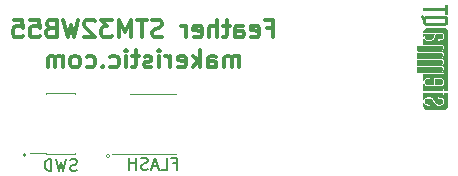
<source format=gbr>
G04 #@! TF.GenerationSoftware,KiCad,Pcbnew,(5.1.7-0-10_14)*
G04 #@! TF.CreationDate,2020-10-24T15:10:09+08:00*
G04 #@! TF.ProjectId,Feather_STM32WB55,46656174-6865-4725-9f53-544d33325742,rev?*
G04 #@! TF.SameCoordinates,Original*
G04 #@! TF.FileFunction,Legend,Bot*
G04 #@! TF.FilePolarity,Positive*
%FSLAX46Y46*%
G04 Gerber Fmt 4.6, Leading zero omitted, Abs format (unit mm)*
G04 Created by KiCad (PCBNEW (5.1.7-0-10_14)) date 2020-10-24 15:10:09*
%MOMM*%
%LPD*%
G01*
G04 APERTURE LIST*
%ADD10C,0.120000*%
%ADD11C,0.300000*%
%ADD12C,0.010000*%
%ADD13C,0.150000*%
G04 APERTURE END LIST*
D10*
X141691421Y-96958579D02*
G75*
G03*
X141691421Y-96958579I-141421J0D01*
G01*
X148741421Y-97050000D02*
G75*
G03*
X148741421Y-97050000I-141421J0D01*
G01*
D11*
X162100000Y-86217857D02*
X162600000Y-86217857D01*
X162600000Y-87003571D02*
X162600000Y-85503571D01*
X161885714Y-85503571D01*
X160742857Y-86932142D02*
X160885714Y-87003571D01*
X161171428Y-87003571D01*
X161314285Y-86932142D01*
X161385714Y-86789285D01*
X161385714Y-86217857D01*
X161314285Y-86075000D01*
X161171428Y-86003571D01*
X160885714Y-86003571D01*
X160742857Y-86075000D01*
X160671428Y-86217857D01*
X160671428Y-86360714D01*
X161385714Y-86503571D01*
X159385714Y-87003571D02*
X159385714Y-86217857D01*
X159457142Y-86075000D01*
X159600000Y-86003571D01*
X159885714Y-86003571D01*
X160028571Y-86075000D01*
X159385714Y-86932142D02*
X159528571Y-87003571D01*
X159885714Y-87003571D01*
X160028571Y-86932142D01*
X160100000Y-86789285D01*
X160100000Y-86646428D01*
X160028571Y-86503571D01*
X159885714Y-86432142D01*
X159528571Y-86432142D01*
X159385714Y-86360714D01*
X158885714Y-86003571D02*
X158314285Y-86003571D01*
X158671428Y-85503571D02*
X158671428Y-86789285D01*
X158600000Y-86932142D01*
X158457142Y-87003571D01*
X158314285Y-87003571D01*
X157814285Y-87003571D02*
X157814285Y-85503571D01*
X157171428Y-87003571D02*
X157171428Y-86217857D01*
X157242857Y-86075000D01*
X157385714Y-86003571D01*
X157600000Y-86003571D01*
X157742857Y-86075000D01*
X157814285Y-86146428D01*
X155885714Y-86932142D02*
X156028571Y-87003571D01*
X156314285Y-87003571D01*
X156457142Y-86932142D01*
X156528571Y-86789285D01*
X156528571Y-86217857D01*
X156457142Y-86075000D01*
X156314285Y-86003571D01*
X156028571Y-86003571D01*
X155885714Y-86075000D01*
X155814285Y-86217857D01*
X155814285Y-86360714D01*
X156528571Y-86503571D01*
X155171428Y-87003571D02*
X155171428Y-86003571D01*
X155171428Y-86289285D02*
X155100000Y-86146428D01*
X155028571Y-86075000D01*
X154885714Y-86003571D01*
X154742857Y-86003571D01*
X153171428Y-86932142D02*
X152957142Y-87003571D01*
X152600000Y-87003571D01*
X152457142Y-86932142D01*
X152385714Y-86860714D01*
X152314285Y-86717857D01*
X152314285Y-86575000D01*
X152385714Y-86432142D01*
X152457142Y-86360714D01*
X152600000Y-86289285D01*
X152885714Y-86217857D01*
X153028571Y-86146428D01*
X153100000Y-86075000D01*
X153171428Y-85932142D01*
X153171428Y-85789285D01*
X153100000Y-85646428D01*
X153028571Y-85575000D01*
X152885714Y-85503571D01*
X152528571Y-85503571D01*
X152314285Y-85575000D01*
X151885714Y-85503571D02*
X151028571Y-85503571D01*
X151457142Y-87003571D02*
X151457142Y-85503571D01*
X150528571Y-87003571D02*
X150528571Y-85503571D01*
X150028571Y-86575000D01*
X149528571Y-85503571D01*
X149528571Y-87003571D01*
X148957142Y-85503571D02*
X148028571Y-85503571D01*
X148528571Y-86075000D01*
X148314285Y-86075000D01*
X148171428Y-86146428D01*
X148100000Y-86217857D01*
X148028571Y-86360714D01*
X148028571Y-86717857D01*
X148100000Y-86860714D01*
X148171428Y-86932142D01*
X148314285Y-87003571D01*
X148742857Y-87003571D01*
X148885714Y-86932142D01*
X148957142Y-86860714D01*
X147457142Y-85646428D02*
X147385714Y-85575000D01*
X147242857Y-85503571D01*
X146885714Y-85503571D01*
X146742857Y-85575000D01*
X146671428Y-85646428D01*
X146600000Y-85789285D01*
X146600000Y-85932142D01*
X146671428Y-86146428D01*
X147528571Y-87003571D01*
X146600000Y-87003571D01*
X146100000Y-85503571D02*
X145742857Y-87003571D01*
X145457142Y-85932142D01*
X145171428Y-87003571D01*
X144814285Y-85503571D01*
X143742857Y-86217857D02*
X143528571Y-86289285D01*
X143457142Y-86360714D01*
X143385714Y-86503571D01*
X143385714Y-86717857D01*
X143457142Y-86860714D01*
X143528571Y-86932142D01*
X143671428Y-87003571D01*
X144242857Y-87003571D01*
X144242857Y-85503571D01*
X143742857Y-85503571D01*
X143600000Y-85575000D01*
X143528571Y-85646428D01*
X143457142Y-85789285D01*
X143457142Y-85932142D01*
X143528571Y-86075000D01*
X143600000Y-86146428D01*
X143742857Y-86217857D01*
X144242857Y-86217857D01*
X142028571Y-85503571D02*
X142742857Y-85503571D01*
X142814285Y-86217857D01*
X142742857Y-86146428D01*
X142600000Y-86075000D01*
X142242857Y-86075000D01*
X142100000Y-86146428D01*
X142028571Y-86217857D01*
X141957142Y-86360714D01*
X141957142Y-86717857D01*
X142028571Y-86860714D01*
X142100000Y-86932142D01*
X142242857Y-87003571D01*
X142600000Y-87003571D01*
X142742857Y-86932142D01*
X142814285Y-86860714D01*
X140600000Y-85503571D02*
X141314285Y-85503571D01*
X141385714Y-86217857D01*
X141314285Y-86146428D01*
X141171428Y-86075000D01*
X140814285Y-86075000D01*
X140671428Y-86146428D01*
X140600000Y-86217857D01*
X140528571Y-86360714D01*
X140528571Y-86717857D01*
X140600000Y-86860714D01*
X140671428Y-86932142D01*
X140814285Y-87003571D01*
X141171428Y-87003571D01*
X141314285Y-86932142D01*
X141385714Y-86860714D01*
X159707142Y-89553571D02*
X159707142Y-88553571D01*
X159707142Y-88696428D02*
X159635714Y-88625000D01*
X159492857Y-88553571D01*
X159278571Y-88553571D01*
X159135714Y-88625000D01*
X159064285Y-88767857D01*
X159064285Y-89553571D01*
X159064285Y-88767857D02*
X158992857Y-88625000D01*
X158850000Y-88553571D01*
X158635714Y-88553571D01*
X158492857Y-88625000D01*
X158421428Y-88767857D01*
X158421428Y-89553571D01*
X157064285Y-89553571D02*
X157064285Y-88767857D01*
X157135714Y-88625000D01*
X157278571Y-88553571D01*
X157564285Y-88553571D01*
X157707142Y-88625000D01*
X157064285Y-89482142D02*
X157207142Y-89553571D01*
X157564285Y-89553571D01*
X157707142Y-89482142D01*
X157778571Y-89339285D01*
X157778571Y-89196428D01*
X157707142Y-89053571D01*
X157564285Y-88982142D01*
X157207142Y-88982142D01*
X157064285Y-88910714D01*
X156350000Y-89553571D02*
X156350000Y-88053571D01*
X156207142Y-88982142D02*
X155778571Y-89553571D01*
X155778571Y-88553571D02*
X156350000Y-89125000D01*
X154564285Y-89482142D02*
X154707142Y-89553571D01*
X154992857Y-89553571D01*
X155135714Y-89482142D01*
X155207142Y-89339285D01*
X155207142Y-88767857D01*
X155135714Y-88625000D01*
X154992857Y-88553571D01*
X154707142Y-88553571D01*
X154564285Y-88625000D01*
X154492857Y-88767857D01*
X154492857Y-88910714D01*
X155207142Y-89053571D01*
X153850000Y-89553571D02*
X153850000Y-88553571D01*
X153850000Y-88839285D02*
X153778571Y-88696428D01*
X153707142Y-88625000D01*
X153564285Y-88553571D01*
X153421428Y-88553571D01*
X152921428Y-89553571D02*
X152921428Y-88553571D01*
X152921428Y-88053571D02*
X152992857Y-88125000D01*
X152921428Y-88196428D01*
X152850000Y-88125000D01*
X152921428Y-88053571D01*
X152921428Y-88196428D01*
X152278571Y-89482142D02*
X152135714Y-89553571D01*
X151850000Y-89553571D01*
X151707142Y-89482142D01*
X151635714Y-89339285D01*
X151635714Y-89267857D01*
X151707142Y-89125000D01*
X151850000Y-89053571D01*
X152064285Y-89053571D01*
X152207142Y-88982142D01*
X152278571Y-88839285D01*
X152278571Y-88767857D01*
X152207142Y-88625000D01*
X152064285Y-88553571D01*
X151850000Y-88553571D01*
X151707142Y-88625000D01*
X151207142Y-88553571D02*
X150635714Y-88553571D01*
X150992857Y-88053571D02*
X150992857Y-89339285D01*
X150921428Y-89482142D01*
X150778571Y-89553571D01*
X150635714Y-89553571D01*
X150135714Y-89553571D02*
X150135714Y-88553571D01*
X150135714Y-88053571D02*
X150207142Y-88125000D01*
X150135714Y-88196428D01*
X150064285Y-88125000D01*
X150135714Y-88053571D01*
X150135714Y-88196428D01*
X148778571Y-89482142D02*
X148921428Y-89553571D01*
X149207142Y-89553571D01*
X149350000Y-89482142D01*
X149421428Y-89410714D01*
X149492857Y-89267857D01*
X149492857Y-88839285D01*
X149421428Y-88696428D01*
X149350000Y-88625000D01*
X149207142Y-88553571D01*
X148921428Y-88553571D01*
X148778571Y-88625000D01*
X148135714Y-89410714D02*
X148064285Y-89482142D01*
X148135714Y-89553571D01*
X148207142Y-89482142D01*
X148135714Y-89410714D01*
X148135714Y-89553571D01*
X146778571Y-89482142D02*
X146921428Y-89553571D01*
X147207142Y-89553571D01*
X147350000Y-89482142D01*
X147421428Y-89410714D01*
X147492857Y-89267857D01*
X147492857Y-88839285D01*
X147421428Y-88696428D01*
X147350000Y-88625000D01*
X147207142Y-88553571D01*
X146921428Y-88553571D01*
X146778571Y-88625000D01*
X145921428Y-89553571D02*
X146064285Y-89482142D01*
X146135714Y-89410714D01*
X146207142Y-89267857D01*
X146207142Y-88839285D01*
X146135714Y-88696428D01*
X146064285Y-88625000D01*
X145921428Y-88553571D01*
X145707142Y-88553571D01*
X145564285Y-88625000D01*
X145492857Y-88696428D01*
X145421428Y-88839285D01*
X145421428Y-89267857D01*
X145492857Y-89410714D01*
X145564285Y-89482142D01*
X145707142Y-89553571D01*
X145921428Y-89553571D01*
X144778571Y-89553571D02*
X144778571Y-88553571D01*
X144778571Y-88696428D02*
X144707142Y-88625000D01*
X144564285Y-88553571D01*
X144350000Y-88553571D01*
X144207142Y-88625000D01*
X144135714Y-88767857D01*
X144135714Y-89553571D01*
X144135714Y-88767857D02*
X144064285Y-88625000D01*
X143921428Y-88553571D01*
X143707142Y-88553571D01*
X143564285Y-88625000D01*
X143492857Y-88767857D01*
X143492857Y-89553571D01*
D12*
G36*
X176869827Y-90718191D02*
G01*
X176865128Y-90681558D01*
X176856334Y-90651951D01*
X176842710Y-90626670D01*
X176828634Y-90608646D01*
X176813963Y-90593065D01*
X176798981Y-90580127D01*
X176782387Y-90569588D01*
X176762876Y-90561206D01*
X176739148Y-90554737D01*
X176709900Y-90549939D01*
X176673830Y-90546567D01*
X176629635Y-90544380D01*
X176576013Y-90543134D01*
X176511663Y-90542586D01*
X176474277Y-90542497D01*
X176418110Y-90542546D01*
X176373354Y-90542863D01*
X176338720Y-90543502D01*
X176312920Y-90544520D01*
X176294667Y-90545973D01*
X176282671Y-90547917D01*
X176275646Y-90550407D01*
X176274442Y-90551175D01*
X176271101Y-90554249D01*
X176268406Y-90558959D01*
X176266265Y-90566643D01*
X176264588Y-90578636D01*
X176263284Y-90596274D01*
X176262263Y-90620895D01*
X176261434Y-90653834D01*
X176260705Y-90696427D01*
X176259986Y-90750012D01*
X176259775Y-90767075D01*
X176257244Y-90974100D01*
X176488763Y-90974100D01*
X176554446Y-90974014D01*
X176608780Y-90973662D01*
X176653116Y-90972906D01*
X176688803Y-90971608D01*
X176717192Y-90969629D01*
X176739633Y-90966831D01*
X176757477Y-90963074D01*
X176772074Y-90958222D01*
X176784775Y-90952135D01*
X176796928Y-90944674D01*
X176800727Y-90942109D01*
X176828867Y-90917599D01*
X176849362Y-90887144D01*
X176862807Y-90849243D01*
X176869797Y-90802396D01*
X176871168Y-90764550D01*
X176869827Y-90718191D01*
G37*
X176869827Y-90718191D02*
X176865128Y-90681558D01*
X176856334Y-90651951D01*
X176842710Y-90626670D01*
X176828634Y-90608646D01*
X176813963Y-90593065D01*
X176798981Y-90580127D01*
X176782387Y-90569588D01*
X176762876Y-90561206D01*
X176739148Y-90554737D01*
X176709900Y-90549939D01*
X176673830Y-90546567D01*
X176629635Y-90544380D01*
X176576013Y-90543134D01*
X176511663Y-90542586D01*
X176474277Y-90542497D01*
X176418110Y-90542546D01*
X176373354Y-90542863D01*
X176338720Y-90543502D01*
X176312920Y-90544520D01*
X176294667Y-90545973D01*
X176282671Y-90547917D01*
X176275646Y-90550407D01*
X176274442Y-90551175D01*
X176271101Y-90554249D01*
X176268406Y-90558959D01*
X176266265Y-90566643D01*
X176264588Y-90578636D01*
X176263284Y-90596274D01*
X176262263Y-90620895D01*
X176261434Y-90653834D01*
X176260705Y-90696427D01*
X176259986Y-90750012D01*
X176259775Y-90767075D01*
X176257244Y-90974100D01*
X176488763Y-90974100D01*
X176554446Y-90974014D01*
X176608780Y-90973662D01*
X176653116Y-90972906D01*
X176688803Y-90971608D01*
X176717192Y-90969629D01*
X176739633Y-90966831D01*
X176757477Y-90963074D01*
X176772074Y-90958222D01*
X176784775Y-90952135D01*
X176796928Y-90944674D01*
X176800727Y-90942109D01*
X176828867Y-90917599D01*
X176849362Y-90887144D01*
X176862807Y-90849243D01*
X176869797Y-90802396D01*
X176871168Y-90764550D01*
X176869827Y-90718191D01*
G36*
X176186105Y-86695639D02*
G01*
X176179055Y-86694756D01*
X176160529Y-86693928D01*
X176131753Y-86693173D01*
X176093950Y-86692508D01*
X176048345Y-86691949D01*
X175996163Y-86691515D01*
X175938629Y-86691223D01*
X175876966Y-86691089D01*
X175863831Y-86691083D01*
X175546054Y-86691025D01*
X175520618Y-86735475D01*
X175496748Y-86778795D01*
X175479341Y-86814884D01*
X175467394Y-86846787D01*
X175459900Y-86877544D01*
X175455856Y-86910199D01*
X175454549Y-86935500D01*
X175454344Y-86974712D01*
X175456390Y-87003934D01*
X175460327Y-87021225D01*
X175472330Y-87046870D01*
X175485189Y-87064586D01*
X175502604Y-87078822D01*
X175514330Y-87086114D01*
X175544375Y-87103775D01*
X175733634Y-87105713D01*
X175794973Y-87106186D01*
X175845141Y-87106087D01*
X175885661Y-87105209D01*
X175918057Y-87103346D01*
X175943852Y-87100291D01*
X175964571Y-87095839D01*
X175981736Y-87089783D01*
X175996871Y-87081916D01*
X176011500Y-87072032D01*
X176017888Y-87067208D01*
X176035505Y-87050468D01*
X176054267Y-87027810D01*
X176067522Y-87008256D01*
X176075911Y-86992147D01*
X176086951Y-86967896D01*
X176099920Y-86937409D01*
X176114096Y-86902590D01*
X176128756Y-86865342D01*
X176143178Y-86827570D01*
X176156640Y-86791177D01*
X176168419Y-86758069D01*
X176177794Y-86730149D01*
X176184042Y-86709321D01*
X176186441Y-86697490D01*
X176186105Y-86695639D01*
G37*
X176186105Y-86695639D02*
X176179055Y-86694756D01*
X176160529Y-86693928D01*
X176131753Y-86693173D01*
X176093950Y-86692508D01*
X176048345Y-86691949D01*
X175996163Y-86691515D01*
X175938629Y-86691223D01*
X175876966Y-86691089D01*
X175863831Y-86691083D01*
X175546054Y-86691025D01*
X175520618Y-86735475D01*
X175496748Y-86778795D01*
X175479341Y-86814884D01*
X175467394Y-86846787D01*
X175459900Y-86877544D01*
X175455856Y-86910199D01*
X175454549Y-86935500D01*
X175454344Y-86974712D01*
X175456390Y-87003934D01*
X175460327Y-87021225D01*
X175472330Y-87046870D01*
X175485189Y-87064586D01*
X175502604Y-87078822D01*
X175514330Y-87086114D01*
X175544375Y-87103775D01*
X175733634Y-87105713D01*
X175794973Y-87106186D01*
X175845141Y-87106087D01*
X175885661Y-87105209D01*
X175918057Y-87103346D01*
X175943852Y-87100291D01*
X175964571Y-87095839D01*
X175981736Y-87089783D01*
X175996871Y-87081916D01*
X176011500Y-87072032D01*
X176017888Y-87067208D01*
X176035505Y-87050468D01*
X176054267Y-87027810D01*
X176067522Y-87008256D01*
X176075911Y-86992147D01*
X176086951Y-86967896D01*
X176099920Y-86937409D01*
X176114096Y-86902590D01*
X176128756Y-86865342D01*
X176143178Y-86827570D01*
X176156640Y-86791177D01*
X176168419Y-86758069D01*
X176177794Y-86730149D01*
X176184042Y-86709321D01*
X176186441Y-86697490D01*
X176186105Y-86695639D01*
G36*
X177154322Y-84224050D02*
G01*
X177152624Y-84381213D01*
X177150925Y-84538375D01*
X176222238Y-84536058D01*
X175293550Y-84533740D01*
X175293550Y-84719270D01*
X176222238Y-84717723D01*
X177150925Y-84716175D01*
X177152624Y-84873338D01*
X177154322Y-85030500D01*
X177310784Y-85030500D01*
X177314984Y-84768563D01*
X177315944Y-84704957D01*
X177316827Y-84639242D01*
X177317608Y-84573885D01*
X177318261Y-84511355D01*
X177318759Y-84454116D01*
X177319079Y-84404638D01*
X177319192Y-84365387D01*
X177319192Y-84365338D01*
X177319200Y-84224050D01*
X177154322Y-84224050D01*
G37*
X177154322Y-84224050D02*
X177152624Y-84381213D01*
X177150925Y-84538375D01*
X176222238Y-84536058D01*
X175293550Y-84533740D01*
X175293550Y-84719270D01*
X176222238Y-84717723D01*
X177150925Y-84716175D01*
X177152624Y-84873338D01*
X177154322Y-85030500D01*
X177310784Y-85030500D01*
X177314984Y-84768563D01*
X177315944Y-84704957D01*
X177316827Y-84639242D01*
X177317608Y-84573885D01*
X177318261Y-84511355D01*
X177318759Y-84454116D01*
X177319079Y-84404638D01*
X177319192Y-84365387D01*
X177319192Y-84365338D01*
X177319200Y-84224050D01*
X177154322Y-84224050D01*
G36*
X175367958Y-86691840D02*
G01*
X175343878Y-86689640D01*
X175322221Y-86688191D01*
X175311669Y-86687850D01*
X175293550Y-86687850D01*
X175293779Y-86784688D01*
X175294007Y-86881525D01*
X175315082Y-86837075D01*
X175329198Y-86810330D01*
X175347665Y-86779399D01*
X175366984Y-86750082D01*
X175371143Y-86744228D01*
X175406128Y-86695830D01*
X175367958Y-86691840D01*
G37*
X175367958Y-86691840D02*
X175343878Y-86689640D01*
X175322221Y-86688191D01*
X175311669Y-86687850D01*
X175293550Y-86687850D01*
X175293779Y-86784688D01*
X175294007Y-86881525D01*
X175315082Y-86837075D01*
X175329198Y-86810330D01*
X175347665Y-86779399D01*
X175366984Y-86750082D01*
X175371143Y-86744228D01*
X175406128Y-86695830D01*
X175367958Y-86691840D01*
G36*
X176867266Y-87830121D02*
G01*
X176858881Y-87795578D01*
X176843376Y-87768342D01*
X176819785Y-87746271D01*
X176808526Y-87738809D01*
X176777276Y-87719725D01*
X175293550Y-87716345D01*
X175293550Y-88135650D01*
X176760321Y-88135650D01*
X176779933Y-88108663D01*
X176819008Y-88048497D01*
X176846583Y-87990899D01*
X176863210Y-87934426D01*
X176869440Y-87877635D01*
X176869496Y-87874113D01*
X176867266Y-87830121D01*
G37*
X176867266Y-87830121D02*
X176858881Y-87795578D01*
X176843376Y-87768342D01*
X176819785Y-87746271D01*
X176808526Y-87738809D01*
X176777276Y-87719725D01*
X175293550Y-87716345D01*
X175293550Y-88135650D01*
X176760321Y-88135650D01*
X176779933Y-88108663D01*
X176819008Y-88048497D01*
X176846583Y-87990899D01*
X176863210Y-87934426D01*
X176869440Y-87877635D01*
X176869496Y-87874113D01*
X176867266Y-87830121D01*
G36*
X176866831Y-88424153D02*
G01*
X176854364Y-88385937D01*
X176833652Y-88355514D01*
X176822843Y-88345654D01*
X176816702Y-88340839D01*
X176810695Y-88336529D01*
X176804120Y-88332697D01*
X176796273Y-88329314D01*
X176786453Y-88326353D01*
X176773957Y-88323785D01*
X176758083Y-88321583D01*
X176738128Y-88319718D01*
X176713391Y-88318162D01*
X176683168Y-88316887D01*
X176646758Y-88315866D01*
X176603457Y-88315070D01*
X176552564Y-88314472D01*
X176493376Y-88314042D01*
X176425191Y-88313754D01*
X176347307Y-88313578D01*
X176259020Y-88313488D01*
X176159630Y-88313455D01*
X176048432Y-88313450D01*
X175293550Y-88313450D01*
X175293550Y-88732808D01*
X176029878Y-88731092D01*
X176142097Y-88730827D01*
X176242305Y-88730576D01*
X176331194Y-88730325D01*
X176409453Y-88730061D01*
X176477773Y-88729771D01*
X176536843Y-88729441D01*
X176587353Y-88729058D01*
X176629995Y-88728609D01*
X176665457Y-88728080D01*
X176694430Y-88727459D01*
X176717604Y-88726731D01*
X176735669Y-88725883D01*
X176749315Y-88724902D01*
X176759233Y-88723775D01*
X176766112Y-88722488D01*
X176770643Y-88721029D01*
X176773515Y-88719383D01*
X176775419Y-88717537D01*
X176776114Y-88716675D01*
X176797577Y-88685264D01*
X176819426Y-88646678D01*
X176838960Y-88606065D01*
X176852785Y-88570667D01*
X176866240Y-88518007D01*
X176870856Y-88468673D01*
X176866831Y-88424153D01*
G37*
X176866831Y-88424153D02*
X176854364Y-88385937D01*
X176833652Y-88355514D01*
X176822843Y-88345654D01*
X176816702Y-88340839D01*
X176810695Y-88336529D01*
X176804120Y-88332697D01*
X176796273Y-88329314D01*
X176786453Y-88326353D01*
X176773957Y-88323785D01*
X176758083Y-88321583D01*
X176738128Y-88319718D01*
X176713391Y-88318162D01*
X176683168Y-88316887D01*
X176646758Y-88315866D01*
X176603457Y-88315070D01*
X176552564Y-88314472D01*
X176493376Y-88314042D01*
X176425191Y-88313754D01*
X176347307Y-88313578D01*
X176259020Y-88313488D01*
X176159630Y-88313455D01*
X176048432Y-88313450D01*
X175293550Y-88313450D01*
X175293550Y-88732808D01*
X176029878Y-88731092D01*
X176142097Y-88730827D01*
X176242305Y-88730576D01*
X176331194Y-88730325D01*
X176409453Y-88730061D01*
X176477773Y-88729771D01*
X176536843Y-88729441D01*
X176587353Y-88729058D01*
X176629995Y-88728609D01*
X176665457Y-88728080D01*
X176694430Y-88727459D01*
X176717604Y-88726731D01*
X176735669Y-88725883D01*
X176749315Y-88724902D01*
X176759233Y-88723775D01*
X176766112Y-88722488D01*
X176770643Y-88721029D01*
X176773515Y-88719383D01*
X176775419Y-88717537D01*
X176776114Y-88716675D01*
X176797577Y-88685264D01*
X176819426Y-88646678D01*
X176838960Y-88606065D01*
X176852785Y-88570667D01*
X176866240Y-88518007D01*
X176870856Y-88468673D01*
X176866831Y-88424153D01*
G36*
X176865706Y-89021502D02*
G01*
X176852605Y-88983028D01*
X176830492Y-88953202D01*
X176799137Y-88931655D01*
X176780090Y-88923927D01*
X176772446Y-88922719D01*
X176756832Y-88921634D01*
X176732831Y-88920669D01*
X176700027Y-88919819D01*
X176658004Y-88919081D01*
X176606344Y-88918451D01*
X176544630Y-88917924D01*
X176472447Y-88917497D01*
X176389378Y-88917166D01*
X176295006Y-88916926D01*
X176188914Y-88916774D01*
X176070686Y-88916705D01*
X176026028Y-88916700D01*
X175293550Y-88916700D01*
X175293550Y-89329450D01*
X176013482Y-89329450D01*
X176108386Y-89329418D01*
X176199957Y-89329323D01*
X176287368Y-89329171D01*
X176369794Y-89328965D01*
X176446407Y-89328709D01*
X176516382Y-89328407D01*
X176578892Y-89328065D01*
X176633111Y-89327685D01*
X176678212Y-89327273D01*
X176713370Y-89326832D01*
X176737759Y-89326366D01*
X176750551Y-89325880D01*
X176752101Y-89325713D01*
X176765184Y-89320137D01*
X176778778Y-89307417D01*
X176795108Y-89285422D01*
X176796830Y-89282850D01*
X176829171Y-89229050D01*
X176851507Y-89178979D01*
X176864770Y-89129916D01*
X176869892Y-89079135D01*
X176870022Y-89068993D01*
X176865706Y-89021502D01*
G37*
X176865706Y-89021502D02*
X176852605Y-88983028D01*
X176830492Y-88953202D01*
X176799137Y-88931655D01*
X176780090Y-88923927D01*
X176772446Y-88922719D01*
X176756832Y-88921634D01*
X176732831Y-88920669D01*
X176700027Y-88919819D01*
X176658004Y-88919081D01*
X176606344Y-88918451D01*
X176544630Y-88917924D01*
X176472447Y-88917497D01*
X176389378Y-88917166D01*
X176295006Y-88916926D01*
X176188914Y-88916774D01*
X176070686Y-88916705D01*
X176026028Y-88916700D01*
X175293550Y-88916700D01*
X175293550Y-89329450D01*
X176013482Y-89329450D01*
X176108386Y-89329418D01*
X176199957Y-89329323D01*
X176287368Y-89329171D01*
X176369794Y-89328965D01*
X176446407Y-89328709D01*
X176516382Y-89328407D01*
X176578892Y-89328065D01*
X176633111Y-89327685D01*
X176678212Y-89327273D01*
X176713370Y-89326832D01*
X176737759Y-89326366D01*
X176750551Y-89325880D01*
X176752101Y-89325713D01*
X176765184Y-89320137D01*
X176778778Y-89307417D01*
X176795108Y-89285422D01*
X176796830Y-89282850D01*
X176829171Y-89229050D01*
X176851507Y-89178979D01*
X176864770Y-89129916D01*
X176869892Y-89079135D01*
X176870022Y-89068993D01*
X176865706Y-89021502D01*
G36*
X176865725Y-89619181D02*
G01*
X176854042Y-89582987D01*
X176833660Y-89553941D01*
X176812242Y-89535868D01*
X176784709Y-89516775D01*
X176039130Y-89515111D01*
X175293550Y-89513446D01*
X175293550Y-89926350D01*
X176766389Y-89926350D01*
X176804889Y-89861263D01*
X176832026Y-89811966D01*
X176851058Y-89768666D01*
X176862938Y-89728455D01*
X176868617Y-89688425D01*
X176869445Y-89664168D01*
X176865725Y-89619181D01*
G37*
X176865725Y-89619181D02*
X176854042Y-89582987D01*
X176833660Y-89553941D01*
X176812242Y-89535868D01*
X176784709Y-89516775D01*
X176039130Y-89515111D01*
X175293550Y-89513446D01*
X175293550Y-89926350D01*
X176766389Y-89926350D01*
X176804889Y-89861263D01*
X176832026Y-89811966D01*
X176851058Y-89768666D01*
X176862938Y-89728455D01*
X176868617Y-89688425D01*
X176869445Y-89664168D01*
X176865725Y-89619181D01*
G36*
X177318213Y-87925374D02*
G01*
X177318169Y-87744887D01*
X177318083Y-87576753D01*
X177317956Y-87420915D01*
X177317788Y-87277314D01*
X177317577Y-87145892D01*
X177317326Y-87026592D01*
X177317032Y-86919356D01*
X177316696Y-86824126D01*
X177316319Y-86740845D01*
X177315899Y-86669453D01*
X177315437Y-86609895D01*
X177314932Y-86562111D01*
X177314385Y-86526044D01*
X177313796Y-86501636D01*
X177313164Y-86488829D01*
X177313055Y-86487825D01*
X177299438Y-86428619D01*
X177274870Y-86375695D01*
X177239683Y-86329511D01*
X177194212Y-86290523D01*
X177150084Y-86264539D01*
X177100793Y-86240175D01*
X176351159Y-86237000D01*
X176253591Y-86236624D01*
X176158881Y-86236332D01*
X176067883Y-86236121D01*
X175981449Y-86235992D01*
X175900434Y-86235943D01*
X175825691Y-86235972D01*
X175758074Y-86236080D01*
X175698436Y-86236264D01*
X175647631Y-86236524D01*
X175606512Y-86236858D01*
X175575933Y-86237266D01*
X175556748Y-86237746D01*
X175551489Y-86238030D01*
X175495479Y-86248882D01*
X175443307Y-86270929D01*
X175396495Y-86302878D01*
X175356566Y-86343436D01*
X175325042Y-86391310D01*
X175303444Y-86445209D01*
X175302195Y-86449725D01*
X175297171Y-86471613D01*
X175294083Y-86491037D01*
X175293626Y-86497792D01*
X175293550Y-86514109D01*
X176031738Y-86514925D01*
X176145640Y-86515066D01*
X176247543Y-86515229D01*
X176338147Y-86515425D01*
X176418151Y-86515662D01*
X176488256Y-86515952D01*
X176549162Y-86516303D01*
X176601570Y-86516726D01*
X176646180Y-86517230D01*
X176683691Y-86517825D01*
X176714805Y-86518522D01*
X176740222Y-86519328D01*
X176760642Y-86520256D01*
X176776764Y-86521313D01*
X176789290Y-86522511D01*
X176798919Y-86523859D01*
X176806353Y-86525366D01*
X176808025Y-86525789D01*
X176867945Y-86546766D01*
X176918670Y-86575818D01*
X176960380Y-86613219D01*
X176993256Y-86659246D01*
X177017478Y-86714171D01*
X177033227Y-86778272D01*
X177040683Y-86851821D01*
X177041376Y-86881525D01*
X177037696Y-86960831D01*
X177025765Y-87030617D01*
X177005403Y-87091167D01*
X176976431Y-87142766D01*
X176938669Y-87185699D01*
X176891937Y-87220251D01*
X176836056Y-87246707D01*
X176804563Y-87257007D01*
X176786973Y-87260758D01*
X176762174Y-87263838D01*
X176728860Y-87266338D01*
X176685723Y-87268354D01*
X176631457Y-87269978D01*
X176619113Y-87270265D01*
X176468300Y-87273630D01*
X176468300Y-87095307D01*
X176609588Y-87093145D01*
X176660400Y-87092185D01*
X176700382Y-87090748D01*
X176731401Y-87088386D01*
X176755327Y-87084653D01*
X176774028Y-87079104D01*
X176789373Y-87071291D01*
X176803231Y-87060769D01*
X176817471Y-87047091D01*
X176821988Y-87042419D01*
X176843216Y-87016052D01*
X176857656Y-86987075D01*
X176866203Y-86952668D01*
X176869752Y-86910012D01*
X176869978Y-86891285D01*
X176866633Y-86835740D01*
X176856512Y-86790473D01*
X176839032Y-86754674D01*
X176813613Y-86727536D01*
X176779674Y-86708250D01*
X176736634Y-86696007D01*
X176728650Y-86694614D01*
X176711540Y-86692825D01*
X176685327Y-86691304D01*
X176652041Y-86690062D01*
X176613712Y-86689109D01*
X176572370Y-86688457D01*
X176530043Y-86688116D01*
X176488763Y-86688096D01*
X176450558Y-86688410D01*
X176417458Y-86689066D01*
X176391492Y-86690077D01*
X176374691Y-86691453D01*
X176369353Y-86692710D01*
X176365378Y-86699728D01*
X176357768Y-86717048D01*
X176347185Y-86743022D01*
X176334286Y-86775999D01*
X176319731Y-86814329D01*
X176306591Y-86849775D01*
X176279787Y-86922088D01*
X176256337Y-86983468D01*
X176235685Y-87035067D01*
X176217276Y-87078035D01*
X176200554Y-87113523D01*
X176184965Y-87142683D01*
X176169953Y-87166665D01*
X176154962Y-87186620D01*
X176139438Y-87203700D01*
X176132719Y-87210205D01*
X176101505Y-87236030D01*
X176068495Y-87255592D01*
X176028836Y-87271634D01*
X176017450Y-87275373D01*
X176006003Y-87278480D01*
X175992216Y-87281036D01*
X175974654Y-87283119D01*
X175951876Y-87284812D01*
X175922447Y-87286194D01*
X175884926Y-87287348D01*
X175837878Y-87288353D01*
X175779862Y-87289291D01*
X175766456Y-87289482D01*
X175697823Y-87290272D01*
X175640396Y-87290471D01*
X175592691Y-87289975D01*
X175553224Y-87288679D01*
X175520511Y-87286480D01*
X175493068Y-87283273D01*
X175469410Y-87278953D01*
X175448053Y-87273417D01*
X175427513Y-87266560D01*
X175424523Y-87265454D01*
X175385474Y-87245024D01*
X175349149Y-87215219D01*
X175319324Y-87179318D01*
X175312299Y-87168005D01*
X175293670Y-87135525D01*
X175293610Y-87333963D01*
X175293550Y-87532400D01*
X176041263Y-87532511D01*
X176157855Y-87532531D01*
X176262460Y-87532572D01*
X176355791Y-87532659D01*
X176438561Y-87532818D01*
X176511482Y-87533073D01*
X176575269Y-87533451D01*
X176630633Y-87533976D01*
X176678288Y-87534674D01*
X176718947Y-87535569D01*
X176753323Y-87536689D01*
X176782128Y-87538056D01*
X176806076Y-87539698D01*
X176825880Y-87541639D01*
X176842252Y-87543904D01*
X176855906Y-87546520D01*
X176867554Y-87549510D01*
X176877910Y-87552901D01*
X176887687Y-87556718D01*
X176897597Y-87560986D01*
X176902317Y-87563072D01*
X176945541Y-87588772D01*
X176981088Y-87623402D01*
X177008743Y-87665612D01*
X177028289Y-87714054D01*
X177039509Y-87767379D01*
X177042186Y-87824238D01*
X177036105Y-87883281D01*
X177021048Y-87943161D01*
X176996799Y-88002528D01*
X176978316Y-88036396D01*
X176961135Y-88063439D01*
X176941150Y-88092681D01*
X176927517Y-88111356D01*
X176913990Y-88129821D01*
X176904199Y-88144503D01*
X176900131Y-88152406D01*
X176900112Y-88152631D01*
X176905055Y-88158660D01*
X176917761Y-88168589D01*
X176929313Y-88176317D01*
X176968001Y-88208042D01*
X176999140Y-88248662D01*
X177022285Y-88296544D01*
X177036991Y-88350057D01*
X177042813Y-88407566D01*
X177039305Y-88467439D01*
X177026021Y-88528044D01*
X177025623Y-88529350D01*
X177013630Y-88563697D01*
X176998445Y-88597769D01*
X176978835Y-88633758D01*
X176953567Y-88673856D01*
X176921406Y-88720254D01*
X176906827Y-88740394D01*
X176901210Y-88750498D01*
X176905165Y-88756849D01*
X176910002Y-88759786D01*
X176926858Y-88771912D01*
X176947957Y-88790835D01*
X176969967Y-88813160D01*
X176989555Y-88835491D01*
X177003386Y-88854433D01*
X177004117Y-88855655D01*
X177026097Y-88905467D01*
X177038464Y-88963384D01*
X177041397Y-89014967D01*
X177037661Y-89070857D01*
X177026215Y-89124976D01*
X177006291Y-89179400D01*
X176977118Y-89236204D01*
X176937931Y-89297465D01*
X176935560Y-89300875D01*
X176900115Y-89351675D01*
X176920745Y-89367344D01*
X176967566Y-89410166D01*
X177003621Y-89458873D01*
X177028488Y-89512452D01*
X177041742Y-89569891D01*
X177042962Y-89630179D01*
X177040247Y-89653204D01*
X177032449Y-89694648D01*
X177022041Y-89731533D01*
X177007669Y-89766972D01*
X176987979Y-89804079D01*
X176961616Y-89845969D01*
X176947106Y-89867368D01*
X176906785Y-89925861D01*
X177017575Y-89929525D01*
X177017575Y-90107325D01*
X176155563Y-90108936D01*
X175293550Y-90110546D01*
X175293980Y-90350236D01*
X175294194Y-90414843D01*
X175294597Y-90467459D01*
X175295212Y-90508794D01*
X175296062Y-90539555D01*
X175297170Y-90560452D01*
X175298559Y-90572192D01*
X175300254Y-90575485D01*
X175301281Y-90574050D01*
X175316369Y-90540655D01*
X175329651Y-90515435D01*
X175343482Y-90494567D01*
X175360220Y-90474228D01*
X175368230Y-90465414D01*
X175402215Y-90433954D01*
X175440563Y-90409845D01*
X175449550Y-90405367D01*
X175477949Y-90392654D01*
X175505328Y-90382810D01*
X175533914Y-90375491D01*
X175565931Y-90370356D01*
X175603606Y-90367062D01*
X175649163Y-90365267D01*
X175704828Y-90364628D01*
X175714471Y-90364611D01*
X175846467Y-90364500D01*
X175842194Y-90448638D01*
X175840566Y-90479758D01*
X175839111Y-90505840D01*
X175837968Y-90524511D01*
X175837277Y-90533404D01*
X175837198Y-90533816D01*
X175830941Y-90534337D01*
X175813904Y-90535187D01*
X175788002Y-90536284D01*
X175755148Y-90537550D01*
X175717256Y-90538903D01*
X175709475Y-90539169D01*
X175665806Y-90540733D01*
X175632648Y-90542246D01*
X175607818Y-90543997D01*
X175589132Y-90546277D01*
X175574405Y-90549376D01*
X175561455Y-90553584D01*
X175548096Y-90559191D01*
X175543686Y-90561187D01*
X175512547Y-90578973D01*
X175488699Y-90601380D01*
X175471449Y-90629933D01*
X175460099Y-90666157D01*
X175453955Y-90711576D01*
X175452300Y-90761519D01*
X175454364Y-90814859D01*
X175461053Y-90857804D01*
X175473115Y-90892051D01*
X175491298Y-90919298D01*
X175516348Y-90941243D01*
X175536832Y-90953556D01*
X175569775Y-90970925D01*
X175828538Y-90972781D01*
X176087300Y-90974636D01*
X176087300Y-90364500D01*
X176412738Y-90364611D01*
X176491383Y-90364683D01*
X176558501Y-90364909D01*
X176615264Y-90365386D01*
X176662844Y-90366212D01*
X176702415Y-90367486D01*
X176735148Y-90369305D01*
X176762217Y-90371768D01*
X176784794Y-90374972D01*
X176804050Y-90379016D01*
X176821160Y-90383998D01*
X176837295Y-90390016D01*
X176853628Y-90397168D01*
X176864820Y-90402431D01*
X176916365Y-90433803D01*
X176959516Y-90474676D01*
X176994205Y-90524959D01*
X177020363Y-90584564D01*
X177031186Y-90621675D01*
X177037392Y-90657488D01*
X177041152Y-90701994D01*
X177042508Y-90751431D01*
X177041501Y-90802039D01*
X177038173Y-90850056D01*
X177032564Y-90891721D01*
X177027992Y-90912594D01*
X177006411Y-90974850D01*
X176977323Y-91027100D01*
X176940017Y-91070062D01*
X176893781Y-91104451D01*
X176837905Y-91130984D01*
X176798500Y-91143694D01*
X176790897Y-91145610D01*
X176782306Y-91147300D01*
X176771926Y-91148776D01*
X176758952Y-91150055D01*
X176742583Y-91151149D01*
X176722016Y-91152072D01*
X176696449Y-91152840D01*
X176665077Y-91153467D01*
X176627099Y-91153965D01*
X176581713Y-91154350D01*
X176528114Y-91154636D01*
X176465501Y-91154837D01*
X176393071Y-91154967D01*
X176310021Y-91155041D01*
X176215549Y-91155072D01*
X176153975Y-91155075D01*
X175550725Y-91155075D01*
X175498926Y-91137523D01*
X175445279Y-91114699D01*
X175398096Y-91085337D01*
X175358952Y-91050806D01*
X175329427Y-91012480D01*
X175312114Y-90975046D01*
X175305882Y-90958354D01*
X175300018Y-90946958D01*
X175299133Y-90945843D01*
X175297893Y-90950623D01*
X175296765Y-90967049D01*
X175295772Y-90994066D01*
X175294935Y-91030620D01*
X175294276Y-91075657D01*
X175293817Y-91128123D01*
X175293580Y-91186963D01*
X175293550Y-91217305D01*
X175293550Y-91494800D01*
X176855650Y-91494800D01*
X176855650Y-91297950D01*
X177020750Y-91297950D01*
X177020750Y-91495035D01*
X177168388Y-91493330D01*
X177316025Y-91491625D01*
X177317820Y-89015125D01*
X177317980Y-88772007D01*
X177318100Y-88541530D01*
X177318179Y-88323637D01*
X177318216Y-88118271D01*
X177318213Y-87925374D01*
G37*
X177318213Y-87925374D02*
X177318169Y-87744887D01*
X177318083Y-87576753D01*
X177317956Y-87420915D01*
X177317788Y-87277314D01*
X177317577Y-87145892D01*
X177317326Y-87026592D01*
X177317032Y-86919356D01*
X177316696Y-86824126D01*
X177316319Y-86740845D01*
X177315899Y-86669453D01*
X177315437Y-86609895D01*
X177314932Y-86562111D01*
X177314385Y-86526044D01*
X177313796Y-86501636D01*
X177313164Y-86488829D01*
X177313055Y-86487825D01*
X177299438Y-86428619D01*
X177274870Y-86375695D01*
X177239683Y-86329511D01*
X177194212Y-86290523D01*
X177150084Y-86264539D01*
X177100793Y-86240175D01*
X176351159Y-86237000D01*
X176253591Y-86236624D01*
X176158881Y-86236332D01*
X176067883Y-86236121D01*
X175981449Y-86235992D01*
X175900434Y-86235943D01*
X175825691Y-86235972D01*
X175758074Y-86236080D01*
X175698436Y-86236264D01*
X175647631Y-86236524D01*
X175606512Y-86236858D01*
X175575933Y-86237266D01*
X175556748Y-86237746D01*
X175551489Y-86238030D01*
X175495479Y-86248882D01*
X175443307Y-86270929D01*
X175396495Y-86302878D01*
X175356566Y-86343436D01*
X175325042Y-86391310D01*
X175303444Y-86445209D01*
X175302195Y-86449725D01*
X175297171Y-86471613D01*
X175294083Y-86491037D01*
X175293626Y-86497792D01*
X175293550Y-86514109D01*
X176031738Y-86514925D01*
X176145640Y-86515066D01*
X176247543Y-86515229D01*
X176338147Y-86515425D01*
X176418151Y-86515662D01*
X176488256Y-86515952D01*
X176549162Y-86516303D01*
X176601570Y-86516726D01*
X176646180Y-86517230D01*
X176683691Y-86517825D01*
X176714805Y-86518522D01*
X176740222Y-86519328D01*
X176760642Y-86520256D01*
X176776764Y-86521313D01*
X176789290Y-86522511D01*
X176798919Y-86523859D01*
X176806353Y-86525366D01*
X176808025Y-86525789D01*
X176867945Y-86546766D01*
X176918670Y-86575818D01*
X176960380Y-86613219D01*
X176993256Y-86659246D01*
X177017478Y-86714171D01*
X177033227Y-86778272D01*
X177040683Y-86851821D01*
X177041376Y-86881525D01*
X177037696Y-86960831D01*
X177025765Y-87030617D01*
X177005403Y-87091167D01*
X176976431Y-87142766D01*
X176938669Y-87185699D01*
X176891937Y-87220251D01*
X176836056Y-87246707D01*
X176804563Y-87257007D01*
X176786973Y-87260758D01*
X176762174Y-87263838D01*
X176728860Y-87266338D01*
X176685723Y-87268354D01*
X176631457Y-87269978D01*
X176619113Y-87270265D01*
X176468300Y-87273630D01*
X176468300Y-87095307D01*
X176609588Y-87093145D01*
X176660400Y-87092185D01*
X176700382Y-87090748D01*
X176731401Y-87088386D01*
X176755327Y-87084653D01*
X176774028Y-87079104D01*
X176789373Y-87071291D01*
X176803231Y-87060769D01*
X176817471Y-87047091D01*
X176821988Y-87042419D01*
X176843216Y-87016052D01*
X176857656Y-86987075D01*
X176866203Y-86952668D01*
X176869752Y-86910012D01*
X176869978Y-86891285D01*
X176866633Y-86835740D01*
X176856512Y-86790473D01*
X176839032Y-86754674D01*
X176813613Y-86727536D01*
X176779674Y-86708250D01*
X176736634Y-86696007D01*
X176728650Y-86694614D01*
X176711540Y-86692825D01*
X176685327Y-86691304D01*
X176652041Y-86690062D01*
X176613712Y-86689109D01*
X176572370Y-86688457D01*
X176530043Y-86688116D01*
X176488763Y-86688096D01*
X176450558Y-86688410D01*
X176417458Y-86689066D01*
X176391492Y-86690077D01*
X176374691Y-86691453D01*
X176369353Y-86692710D01*
X176365378Y-86699728D01*
X176357768Y-86717048D01*
X176347185Y-86743022D01*
X176334286Y-86775999D01*
X176319731Y-86814329D01*
X176306591Y-86849775D01*
X176279787Y-86922088D01*
X176256337Y-86983468D01*
X176235685Y-87035067D01*
X176217276Y-87078035D01*
X176200554Y-87113523D01*
X176184965Y-87142683D01*
X176169953Y-87166665D01*
X176154962Y-87186620D01*
X176139438Y-87203700D01*
X176132719Y-87210205D01*
X176101505Y-87236030D01*
X176068495Y-87255592D01*
X176028836Y-87271634D01*
X176017450Y-87275373D01*
X176006003Y-87278480D01*
X175992216Y-87281036D01*
X175974654Y-87283119D01*
X175951876Y-87284812D01*
X175922447Y-87286194D01*
X175884926Y-87287348D01*
X175837878Y-87288353D01*
X175779862Y-87289291D01*
X175766456Y-87289482D01*
X175697823Y-87290272D01*
X175640396Y-87290471D01*
X175592691Y-87289975D01*
X175553224Y-87288679D01*
X175520511Y-87286480D01*
X175493068Y-87283273D01*
X175469410Y-87278953D01*
X175448053Y-87273417D01*
X175427513Y-87266560D01*
X175424523Y-87265454D01*
X175385474Y-87245024D01*
X175349149Y-87215219D01*
X175319324Y-87179318D01*
X175312299Y-87168005D01*
X175293670Y-87135525D01*
X175293610Y-87333963D01*
X175293550Y-87532400D01*
X176041263Y-87532511D01*
X176157855Y-87532531D01*
X176262460Y-87532572D01*
X176355791Y-87532659D01*
X176438561Y-87532818D01*
X176511482Y-87533073D01*
X176575269Y-87533451D01*
X176630633Y-87533976D01*
X176678288Y-87534674D01*
X176718947Y-87535569D01*
X176753323Y-87536689D01*
X176782128Y-87538056D01*
X176806076Y-87539698D01*
X176825880Y-87541639D01*
X176842252Y-87543904D01*
X176855906Y-87546520D01*
X176867554Y-87549510D01*
X176877910Y-87552901D01*
X176887687Y-87556718D01*
X176897597Y-87560986D01*
X176902317Y-87563072D01*
X176945541Y-87588772D01*
X176981088Y-87623402D01*
X177008743Y-87665612D01*
X177028289Y-87714054D01*
X177039509Y-87767379D01*
X177042186Y-87824238D01*
X177036105Y-87883281D01*
X177021048Y-87943161D01*
X176996799Y-88002528D01*
X176978316Y-88036396D01*
X176961135Y-88063439D01*
X176941150Y-88092681D01*
X176927517Y-88111356D01*
X176913990Y-88129821D01*
X176904199Y-88144503D01*
X176900131Y-88152406D01*
X176900112Y-88152631D01*
X176905055Y-88158660D01*
X176917761Y-88168589D01*
X176929313Y-88176317D01*
X176968001Y-88208042D01*
X176999140Y-88248662D01*
X177022285Y-88296544D01*
X177036991Y-88350057D01*
X177042813Y-88407566D01*
X177039305Y-88467439D01*
X177026021Y-88528044D01*
X177025623Y-88529350D01*
X177013630Y-88563697D01*
X176998445Y-88597769D01*
X176978835Y-88633758D01*
X176953567Y-88673856D01*
X176921406Y-88720254D01*
X176906827Y-88740394D01*
X176901210Y-88750498D01*
X176905165Y-88756849D01*
X176910002Y-88759786D01*
X176926858Y-88771912D01*
X176947957Y-88790835D01*
X176969967Y-88813160D01*
X176989555Y-88835491D01*
X177003386Y-88854433D01*
X177004117Y-88855655D01*
X177026097Y-88905467D01*
X177038464Y-88963384D01*
X177041397Y-89014967D01*
X177037661Y-89070857D01*
X177026215Y-89124976D01*
X177006291Y-89179400D01*
X176977118Y-89236204D01*
X176937931Y-89297465D01*
X176935560Y-89300875D01*
X176900115Y-89351675D01*
X176920745Y-89367344D01*
X176967566Y-89410166D01*
X177003621Y-89458873D01*
X177028488Y-89512452D01*
X177041742Y-89569891D01*
X177042962Y-89630179D01*
X177040247Y-89653204D01*
X177032449Y-89694648D01*
X177022041Y-89731533D01*
X177007669Y-89766972D01*
X176987979Y-89804079D01*
X176961616Y-89845969D01*
X176947106Y-89867368D01*
X176906785Y-89925861D01*
X177017575Y-89929525D01*
X177017575Y-90107325D01*
X176155563Y-90108936D01*
X175293550Y-90110546D01*
X175293980Y-90350236D01*
X175294194Y-90414843D01*
X175294597Y-90467459D01*
X175295212Y-90508794D01*
X175296062Y-90539555D01*
X175297170Y-90560452D01*
X175298559Y-90572192D01*
X175300254Y-90575485D01*
X175301281Y-90574050D01*
X175316369Y-90540655D01*
X175329651Y-90515435D01*
X175343482Y-90494567D01*
X175360220Y-90474228D01*
X175368230Y-90465414D01*
X175402215Y-90433954D01*
X175440563Y-90409845D01*
X175449550Y-90405367D01*
X175477949Y-90392654D01*
X175505328Y-90382810D01*
X175533914Y-90375491D01*
X175565931Y-90370356D01*
X175603606Y-90367062D01*
X175649163Y-90365267D01*
X175704828Y-90364628D01*
X175714471Y-90364611D01*
X175846467Y-90364500D01*
X175842194Y-90448638D01*
X175840566Y-90479758D01*
X175839111Y-90505840D01*
X175837968Y-90524511D01*
X175837277Y-90533404D01*
X175837198Y-90533816D01*
X175830941Y-90534337D01*
X175813904Y-90535187D01*
X175788002Y-90536284D01*
X175755148Y-90537550D01*
X175717256Y-90538903D01*
X175709475Y-90539169D01*
X175665806Y-90540733D01*
X175632648Y-90542246D01*
X175607818Y-90543997D01*
X175589132Y-90546277D01*
X175574405Y-90549376D01*
X175561455Y-90553584D01*
X175548096Y-90559191D01*
X175543686Y-90561187D01*
X175512547Y-90578973D01*
X175488699Y-90601380D01*
X175471449Y-90629933D01*
X175460099Y-90666157D01*
X175453955Y-90711576D01*
X175452300Y-90761519D01*
X175454364Y-90814859D01*
X175461053Y-90857804D01*
X175473115Y-90892051D01*
X175491298Y-90919298D01*
X175516348Y-90941243D01*
X175536832Y-90953556D01*
X175569775Y-90970925D01*
X175828538Y-90972781D01*
X176087300Y-90974636D01*
X176087300Y-90364500D01*
X176412738Y-90364611D01*
X176491383Y-90364683D01*
X176558501Y-90364909D01*
X176615264Y-90365386D01*
X176662844Y-90366212D01*
X176702415Y-90367486D01*
X176735148Y-90369305D01*
X176762217Y-90371768D01*
X176784794Y-90374972D01*
X176804050Y-90379016D01*
X176821160Y-90383998D01*
X176837295Y-90390016D01*
X176853628Y-90397168D01*
X176864820Y-90402431D01*
X176916365Y-90433803D01*
X176959516Y-90474676D01*
X176994205Y-90524959D01*
X177020363Y-90584564D01*
X177031186Y-90621675D01*
X177037392Y-90657488D01*
X177041152Y-90701994D01*
X177042508Y-90751431D01*
X177041501Y-90802039D01*
X177038173Y-90850056D01*
X177032564Y-90891721D01*
X177027992Y-90912594D01*
X177006411Y-90974850D01*
X176977323Y-91027100D01*
X176940017Y-91070062D01*
X176893781Y-91104451D01*
X176837905Y-91130984D01*
X176798500Y-91143694D01*
X176790897Y-91145610D01*
X176782306Y-91147300D01*
X176771926Y-91148776D01*
X176758952Y-91150055D01*
X176742583Y-91151149D01*
X176722016Y-91152072D01*
X176696449Y-91152840D01*
X176665077Y-91153467D01*
X176627099Y-91153965D01*
X176581713Y-91154350D01*
X176528114Y-91154636D01*
X176465501Y-91154837D01*
X176393071Y-91154967D01*
X176310021Y-91155041D01*
X176215549Y-91155072D01*
X176153975Y-91155075D01*
X175550725Y-91155075D01*
X175498926Y-91137523D01*
X175445279Y-91114699D01*
X175398096Y-91085337D01*
X175358952Y-91050806D01*
X175329427Y-91012480D01*
X175312114Y-90975046D01*
X175305882Y-90958354D01*
X175300018Y-90946958D01*
X175299133Y-90945843D01*
X175297893Y-90950623D01*
X175296765Y-90967049D01*
X175295772Y-90994066D01*
X175294935Y-91030620D01*
X175294276Y-91075657D01*
X175293817Y-91128123D01*
X175293580Y-91186963D01*
X175293550Y-91217305D01*
X175293550Y-91494800D01*
X176855650Y-91494800D01*
X176855650Y-91297950D01*
X177020750Y-91297950D01*
X177020750Y-91495035D01*
X177168388Y-91493330D01*
X177316025Y-91491625D01*
X177317820Y-89015125D01*
X177317980Y-88772007D01*
X177318100Y-88541530D01*
X177318179Y-88323637D01*
X177318216Y-88118271D01*
X177318213Y-87925374D01*
G36*
X177318147Y-92352697D02*
G01*
X177317931Y-92249677D01*
X177317834Y-92218700D01*
X177316025Y-91682125D01*
X177252525Y-91680073D01*
X177219934Y-91679612D01*
X177180062Y-91679928D01*
X177138304Y-91680940D01*
X177105050Y-91682303D01*
X177021074Y-91686584D01*
X177019325Y-91782780D01*
X177017575Y-91878975D01*
X176936775Y-91880752D01*
X176855975Y-91882528D01*
X176854225Y-91782327D01*
X176852475Y-91682125D01*
X176073013Y-91680513D01*
X175293550Y-91678900D01*
X175293796Y-91950388D01*
X175294042Y-92221875D01*
X175318854Y-92170612D01*
X175344639Y-92126061D01*
X175375376Y-92090744D01*
X175413867Y-92061909D01*
X175448128Y-92043531D01*
X175475669Y-92031306D01*
X175502172Y-92021744D01*
X175529737Y-92014536D01*
X175560464Y-92009377D01*
X175596454Y-92005960D01*
X175639806Y-92003977D01*
X175692623Y-92003122D01*
X175725350Y-92003021D01*
X175784358Y-92003415D01*
X175832735Y-92004786D01*
X175872533Y-92007417D01*
X175905803Y-92011591D01*
X175934595Y-92017590D01*
X175960962Y-92025698D01*
X175986952Y-92036198D01*
X175996088Y-92040372D01*
X176038004Y-92065355D01*
X176079452Y-92100020D01*
X176117274Y-92141638D01*
X176125217Y-92152025D01*
X176134762Y-92165863D01*
X176149781Y-92188770D01*
X176169145Y-92218969D01*
X176191723Y-92254685D01*
X176216383Y-92294139D01*
X176241995Y-92335555D01*
X176242377Y-92336175D01*
X176268075Y-92377704D01*
X176292925Y-92417376D01*
X176315779Y-92453396D01*
X176335488Y-92483968D01*
X176350903Y-92507295D01*
X176360877Y-92521580D01*
X176360929Y-92521649D01*
X176383344Y-92547559D01*
X176408372Y-92567927D01*
X176437705Y-92583303D01*
X176473038Y-92594239D01*
X176516063Y-92601283D01*
X176568473Y-92604987D01*
X176620284Y-92605918D01*
X176672378Y-92605198D01*
X176713956Y-92602562D01*
X176747123Y-92597535D01*
X176773980Y-92589640D01*
X176796632Y-92578402D01*
X176817181Y-92563344D01*
X176820328Y-92560624D01*
X176838959Y-92542102D01*
X176852613Y-92522565D01*
X176861994Y-92499671D01*
X176867805Y-92471079D01*
X176870747Y-92434446D01*
X176871525Y-92389981D01*
X176871355Y-92354637D01*
X176870583Y-92329163D01*
X176868820Y-92310732D01*
X176865674Y-92296515D01*
X176860754Y-92283683D01*
X176855304Y-92272564D01*
X176834152Y-92242176D01*
X176805732Y-92216137D01*
X176774076Y-92197854D01*
X176761828Y-92193590D01*
X176748592Y-92191671D01*
X176724705Y-92189981D01*
X176692215Y-92188597D01*
X176653168Y-92187597D01*
X176609613Y-92187058D01*
X176587363Y-92186986D01*
X176436550Y-92186950D01*
X176436550Y-92097441D01*
X176436551Y-92007932D01*
X176606413Y-92010869D01*
X176661653Y-92011982D01*
X176705852Y-92013276D01*
X176740670Y-92014861D01*
X176767766Y-92016848D01*
X176788799Y-92019347D01*
X176805429Y-92022469D01*
X176814030Y-92024700D01*
X176868080Y-92044727D01*
X176916865Y-92071410D01*
X176931117Y-92081394D01*
X176964834Y-92114127D01*
X176993265Y-92157082D01*
X177015918Y-92208720D01*
X177032301Y-92267503D01*
X177041924Y-92331891D01*
X177044293Y-92400347D01*
X177042923Y-92431186D01*
X177033545Y-92507530D01*
X177016447Y-92573887D01*
X176991457Y-92630481D01*
X176958407Y-92677539D01*
X176917126Y-92715283D01*
X176867445Y-92743940D01*
X176809192Y-92763733D01*
X176787694Y-92768428D01*
X176752891Y-92773527D01*
X176709032Y-92777601D01*
X176659557Y-92780546D01*
X176607907Y-92782263D01*
X176557521Y-92782649D01*
X176511840Y-92781601D01*
X176474305Y-92779020D01*
X176465375Y-92777962D01*
X176400770Y-92765667D01*
X176345728Y-92746947D01*
X176298349Y-92720837D01*
X176256730Y-92686375D01*
X176232860Y-92660240D01*
X176220199Y-92643614D01*
X176202106Y-92617917D01*
X176179759Y-92584923D01*
X176154339Y-92546404D01*
X176127023Y-92504134D01*
X176098991Y-92459886D01*
X176089323Y-92444410D01*
X176054844Y-92389701D01*
X176023737Y-92341730D01*
X175996645Y-92301440D01*
X175974208Y-92269773D01*
X175957070Y-92247675D01*
X175950127Y-92239933D01*
X175934052Y-92224527D01*
X175918506Y-92212413D01*
X175901718Y-92203202D01*
X175881920Y-92196503D01*
X175857340Y-92191926D01*
X175826208Y-92189082D01*
X175786755Y-92187579D01*
X175737211Y-92187027D01*
X175709910Y-92186986D01*
X175665020Y-92187309D01*
X175624225Y-92188198D01*
X175589585Y-92189568D01*
X175563154Y-92191333D01*
X175546992Y-92193409D01*
X175545320Y-92193812D01*
X175521401Y-92205391D01*
X175496914Y-92225229D01*
X175475576Y-92249627D01*
X175461108Y-92274891D01*
X175459593Y-92279025D01*
X175455701Y-92296222D01*
X175452012Y-92322042D01*
X175449042Y-92352413D01*
X175447765Y-92372228D01*
X175447643Y-92432198D01*
X175454089Y-92482033D01*
X175467467Y-92522679D01*
X175488141Y-92555082D01*
X175516474Y-92580189D01*
X175531074Y-92588962D01*
X175539521Y-92593153D01*
X175548437Y-92596436D01*
X175559469Y-92598946D01*
X175574267Y-92600816D01*
X175594480Y-92602180D01*
X175621756Y-92603171D01*
X175657746Y-92603923D01*
X175704096Y-92604570D01*
X175726938Y-92604842D01*
X175896800Y-92606808D01*
X175896800Y-92783850D01*
X175740958Y-92783850D01*
X175678649Y-92783478D01*
X175627118Y-92782183D01*
X175584457Y-92779701D01*
X175548760Y-92775766D01*
X175518121Y-92770112D01*
X175490633Y-92762474D01*
X175464391Y-92752587D01*
X175441493Y-92742144D01*
X175394463Y-92713959D01*
X175356721Y-92678805D01*
X175326132Y-92634543D01*
X175317367Y-92617825D01*
X175294408Y-92571125D01*
X175294617Y-92694950D01*
X175294968Y-92735045D01*
X175295819Y-92772294D01*
X175297074Y-92804246D01*
X175298636Y-92828450D01*
X175300408Y-92842455D01*
X175300445Y-92842614D01*
X175315075Y-92882999D01*
X175338970Y-92924467D01*
X175369507Y-92963628D01*
X175404063Y-92997092D01*
X175438021Y-93020410D01*
X175447716Y-93025757D01*
X175456462Y-93030561D01*
X175464956Y-93034849D01*
X175473892Y-93038649D01*
X175483968Y-93041988D01*
X175495878Y-93044895D01*
X175510318Y-93047396D01*
X175527983Y-93049519D01*
X175549569Y-93051293D01*
X175575772Y-93052744D01*
X175607288Y-93053900D01*
X175644811Y-93054789D01*
X175689038Y-93055439D01*
X175740664Y-93055877D01*
X175800385Y-93056130D01*
X175868896Y-93056227D01*
X175946893Y-93056196D01*
X176035071Y-93056063D01*
X176134127Y-93055856D01*
X176244755Y-93055603D01*
X176319535Y-93055436D01*
X177100125Y-93053725D01*
X177147750Y-93030418D01*
X177201241Y-92997782D01*
X177245178Y-92957219D01*
X177279020Y-92909469D01*
X177302224Y-92855269D01*
X177313133Y-92805038D01*
X177314384Y-92788549D01*
X177315463Y-92759780D01*
X177316367Y-92719148D01*
X177317093Y-92667072D01*
X177317638Y-92603971D01*
X177317997Y-92530262D01*
X177318168Y-92446365D01*
X177318147Y-92352697D01*
G37*
X177318147Y-92352697D02*
X177317931Y-92249677D01*
X177317834Y-92218700D01*
X177316025Y-91682125D01*
X177252525Y-91680073D01*
X177219934Y-91679612D01*
X177180062Y-91679928D01*
X177138304Y-91680940D01*
X177105050Y-91682303D01*
X177021074Y-91686584D01*
X177019325Y-91782780D01*
X177017575Y-91878975D01*
X176936775Y-91880752D01*
X176855975Y-91882528D01*
X176854225Y-91782327D01*
X176852475Y-91682125D01*
X176073013Y-91680513D01*
X175293550Y-91678900D01*
X175293796Y-91950388D01*
X175294042Y-92221875D01*
X175318854Y-92170612D01*
X175344639Y-92126061D01*
X175375376Y-92090744D01*
X175413867Y-92061909D01*
X175448128Y-92043531D01*
X175475669Y-92031306D01*
X175502172Y-92021744D01*
X175529737Y-92014536D01*
X175560464Y-92009377D01*
X175596454Y-92005960D01*
X175639806Y-92003977D01*
X175692623Y-92003122D01*
X175725350Y-92003021D01*
X175784358Y-92003415D01*
X175832735Y-92004786D01*
X175872533Y-92007417D01*
X175905803Y-92011591D01*
X175934595Y-92017590D01*
X175960962Y-92025698D01*
X175986952Y-92036198D01*
X175996088Y-92040372D01*
X176038004Y-92065355D01*
X176079452Y-92100020D01*
X176117274Y-92141638D01*
X176125217Y-92152025D01*
X176134762Y-92165863D01*
X176149781Y-92188770D01*
X176169145Y-92218969D01*
X176191723Y-92254685D01*
X176216383Y-92294139D01*
X176241995Y-92335555D01*
X176242377Y-92336175D01*
X176268075Y-92377704D01*
X176292925Y-92417376D01*
X176315779Y-92453396D01*
X176335488Y-92483968D01*
X176350903Y-92507295D01*
X176360877Y-92521580D01*
X176360929Y-92521649D01*
X176383344Y-92547559D01*
X176408372Y-92567927D01*
X176437705Y-92583303D01*
X176473038Y-92594239D01*
X176516063Y-92601283D01*
X176568473Y-92604987D01*
X176620284Y-92605918D01*
X176672378Y-92605198D01*
X176713956Y-92602562D01*
X176747123Y-92597535D01*
X176773980Y-92589640D01*
X176796632Y-92578402D01*
X176817181Y-92563344D01*
X176820328Y-92560624D01*
X176838959Y-92542102D01*
X176852613Y-92522565D01*
X176861994Y-92499671D01*
X176867805Y-92471079D01*
X176870747Y-92434446D01*
X176871525Y-92389981D01*
X176871355Y-92354637D01*
X176870583Y-92329163D01*
X176868820Y-92310732D01*
X176865674Y-92296515D01*
X176860754Y-92283683D01*
X176855304Y-92272564D01*
X176834152Y-92242176D01*
X176805732Y-92216137D01*
X176774076Y-92197854D01*
X176761828Y-92193590D01*
X176748592Y-92191671D01*
X176724705Y-92189981D01*
X176692215Y-92188597D01*
X176653168Y-92187597D01*
X176609613Y-92187058D01*
X176587363Y-92186986D01*
X176436550Y-92186950D01*
X176436550Y-92097441D01*
X176436551Y-92007932D01*
X176606413Y-92010869D01*
X176661653Y-92011982D01*
X176705852Y-92013276D01*
X176740670Y-92014861D01*
X176767766Y-92016848D01*
X176788799Y-92019347D01*
X176805429Y-92022469D01*
X176814030Y-92024700D01*
X176868080Y-92044727D01*
X176916865Y-92071410D01*
X176931117Y-92081394D01*
X176964834Y-92114127D01*
X176993265Y-92157082D01*
X177015918Y-92208720D01*
X177032301Y-92267503D01*
X177041924Y-92331891D01*
X177044293Y-92400347D01*
X177042923Y-92431186D01*
X177033545Y-92507530D01*
X177016447Y-92573887D01*
X176991457Y-92630481D01*
X176958407Y-92677539D01*
X176917126Y-92715283D01*
X176867445Y-92743940D01*
X176809192Y-92763733D01*
X176787694Y-92768428D01*
X176752891Y-92773527D01*
X176709032Y-92777601D01*
X176659557Y-92780546D01*
X176607907Y-92782263D01*
X176557521Y-92782649D01*
X176511840Y-92781601D01*
X176474305Y-92779020D01*
X176465375Y-92777962D01*
X176400770Y-92765667D01*
X176345728Y-92746947D01*
X176298349Y-92720837D01*
X176256730Y-92686375D01*
X176232860Y-92660240D01*
X176220199Y-92643614D01*
X176202106Y-92617917D01*
X176179759Y-92584923D01*
X176154339Y-92546404D01*
X176127023Y-92504134D01*
X176098991Y-92459886D01*
X176089323Y-92444410D01*
X176054844Y-92389701D01*
X176023737Y-92341730D01*
X175996645Y-92301440D01*
X175974208Y-92269773D01*
X175957070Y-92247675D01*
X175950127Y-92239933D01*
X175934052Y-92224527D01*
X175918506Y-92212413D01*
X175901718Y-92203202D01*
X175881920Y-92196503D01*
X175857340Y-92191926D01*
X175826208Y-92189082D01*
X175786755Y-92187579D01*
X175737211Y-92187027D01*
X175709910Y-92186986D01*
X175665020Y-92187309D01*
X175624225Y-92188198D01*
X175589585Y-92189568D01*
X175563154Y-92191333D01*
X175546992Y-92193409D01*
X175545320Y-92193812D01*
X175521401Y-92205391D01*
X175496914Y-92225229D01*
X175475576Y-92249627D01*
X175461108Y-92274891D01*
X175459593Y-92279025D01*
X175455701Y-92296222D01*
X175452012Y-92322042D01*
X175449042Y-92352413D01*
X175447765Y-92372228D01*
X175447643Y-92432198D01*
X175454089Y-92482033D01*
X175467467Y-92522679D01*
X175488141Y-92555082D01*
X175516474Y-92580189D01*
X175531074Y-92588962D01*
X175539521Y-92593153D01*
X175548437Y-92596436D01*
X175559469Y-92598946D01*
X175574267Y-92600816D01*
X175594480Y-92602180D01*
X175621756Y-92603171D01*
X175657746Y-92603923D01*
X175704096Y-92604570D01*
X175726938Y-92604842D01*
X175896800Y-92606808D01*
X175896800Y-92783850D01*
X175740958Y-92783850D01*
X175678649Y-92783478D01*
X175627118Y-92782183D01*
X175584457Y-92779701D01*
X175548760Y-92775766D01*
X175518121Y-92770112D01*
X175490633Y-92762474D01*
X175464391Y-92752587D01*
X175441493Y-92742144D01*
X175394463Y-92713959D01*
X175356721Y-92678805D01*
X175326132Y-92634543D01*
X175317367Y-92617825D01*
X175294408Y-92571125D01*
X175294617Y-92694950D01*
X175294968Y-92735045D01*
X175295819Y-92772294D01*
X175297074Y-92804246D01*
X175298636Y-92828450D01*
X175300408Y-92842455D01*
X175300445Y-92842614D01*
X175315075Y-92882999D01*
X175338970Y-92924467D01*
X175369507Y-92963628D01*
X175404063Y-92997092D01*
X175438021Y-93020410D01*
X175447716Y-93025757D01*
X175456462Y-93030561D01*
X175464956Y-93034849D01*
X175473892Y-93038649D01*
X175483968Y-93041988D01*
X175495878Y-93044895D01*
X175510318Y-93047396D01*
X175527983Y-93049519D01*
X175549569Y-93051293D01*
X175575772Y-93052744D01*
X175607288Y-93053900D01*
X175644811Y-93054789D01*
X175689038Y-93055439D01*
X175740664Y-93055877D01*
X175800385Y-93056130D01*
X175868896Y-93056227D01*
X175946893Y-93056196D01*
X176035071Y-93056063D01*
X176134127Y-93055856D01*
X176244755Y-93055603D01*
X176319535Y-93055436D01*
X177100125Y-93053725D01*
X177147750Y-93030418D01*
X177201241Y-92997782D01*
X177245178Y-92957219D01*
X177279020Y-92909469D01*
X177302224Y-92855269D01*
X177313133Y-92805038D01*
X177314384Y-92788549D01*
X177315463Y-92759780D01*
X177316367Y-92719148D01*
X177317093Y-92667072D01*
X177317638Y-92603971D01*
X177317997Y-92530262D01*
X177318168Y-92446365D01*
X177318147Y-92352697D01*
G36*
X177331389Y-85516264D02*
G01*
X177329752Y-85472190D01*
X177326957Y-85434246D01*
X177323002Y-85405549D01*
X177322587Y-85403517D01*
X177304264Y-85344891D01*
X177275955Y-85292571D01*
X177238650Y-85247857D01*
X177193339Y-85212046D01*
X177164518Y-85196214D01*
X177153419Y-85190938D01*
X177143181Y-85186211D01*
X177133081Y-85182004D01*
X177122394Y-85178285D01*
X177110398Y-85175026D01*
X177096369Y-85172195D01*
X177079584Y-85169763D01*
X177059319Y-85167699D01*
X177034851Y-85165973D01*
X177005456Y-85164555D01*
X176970412Y-85163415D01*
X176928994Y-85162522D01*
X176880479Y-85161847D01*
X176824145Y-85161360D01*
X176759267Y-85161029D01*
X176685121Y-85160825D01*
X176600986Y-85160718D01*
X176506137Y-85160677D01*
X176399850Y-85160673D01*
X176312725Y-85160675D01*
X176197613Y-85160661D01*
X176094474Y-85160644D01*
X176002579Y-85160663D01*
X175921202Y-85160755D01*
X175849615Y-85160960D01*
X175787091Y-85161316D01*
X175732902Y-85161861D01*
X175686321Y-85162633D01*
X175646620Y-85163671D01*
X175613072Y-85165013D01*
X175584950Y-85166698D01*
X175561526Y-85168764D01*
X175542072Y-85171250D01*
X175525862Y-85174193D01*
X175512168Y-85177632D01*
X175500261Y-85181606D01*
X175489416Y-85186153D01*
X175478904Y-85191312D01*
X175467998Y-85197120D01*
X175455971Y-85203616D01*
X175451219Y-85206134D01*
X175403725Y-85238007D01*
X175364875Y-85278811D01*
X175340407Y-85317838D01*
X175330918Y-85334702D01*
X175322988Y-85345650D01*
X175319724Y-85348000D01*
X175315009Y-85342545D01*
X175307102Y-85328008D01*
X175297445Y-85307133D01*
X175293897Y-85298788D01*
X175273207Y-85249751D01*
X175254538Y-85206912D01*
X175238402Y-85171368D01*
X175225313Y-85144217D01*
X175215784Y-85126557D01*
X175210330Y-85119485D01*
X175209974Y-85119400D01*
X175203351Y-85122635D01*
X175188920Y-85131280D01*
X175169100Y-85143749D01*
X175146311Y-85158455D01*
X175122973Y-85173810D01*
X175101504Y-85188229D01*
X175084325Y-85200123D01*
X175073855Y-85207906D01*
X175071798Y-85210030D01*
X175075113Y-85215605D01*
X175084189Y-85230558D01*
X175098145Y-85253442D01*
X175116098Y-85282812D01*
X175137164Y-85317223D01*
X175157976Y-85351175D01*
X175188317Y-85400618D01*
X175212771Y-85440716D01*
X175231999Y-85473011D01*
X175246658Y-85499042D01*
X175257407Y-85520350D01*
X175264905Y-85538475D01*
X175269811Y-85554956D01*
X175272784Y-85571334D01*
X175274482Y-85589149D01*
X175275565Y-85609940D01*
X175276345Y-85627871D01*
X175283643Y-85701038D01*
X175298713Y-85764391D01*
X175321966Y-85818463D01*
X175353811Y-85863788D01*
X175394659Y-85900901D01*
X175444919Y-85930334D01*
X175505003Y-85952622D01*
X175531066Y-85959465D01*
X175539658Y-85960716D01*
X175554651Y-85961838D01*
X175576564Y-85962836D01*
X175605920Y-85963715D01*
X175643238Y-85964480D01*
X175689040Y-85965136D01*
X175743846Y-85965689D01*
X175808176Y-85966144D01*
X175882553Y-85966506D01*
X175967495Y-85966780D01*
X176063525Y-85966971D01*
X176078684Y-85966986D01*
X176078684Y-85791457D01*
X175972754Y-85791414D01*
X175878849Y-85791221D01*
X175797056Y-85790880D01*
X175727466Y-85790391D01*
X175670168Y-85789754D01*
X175625252Y-85788971D01*
X175592808Y-85788041D01*
X175572925Y-85786965D01*
X175567430Y-85786322D01*
X175526595Y-85773134D01*
X175492538Y-85750376D01*
X175467119Y-85719325D01*
X175465370Y-85716260D01*
X175456214Y-85698209D01*
X175449593Y-85680553D01*
X175445172Y-85660858D01*
X175442614Y-85636691D01*
X175441583Y-85605620D01*
X175441745Y-85565212D01*
X175442042Y-85547235D01*
X175442923Y-85509277D01*
X175444160Y-85481428D01*
X175446103Y-85461098D01*
X175449101Y-85445695D01*
X175453506Y-85432628D01*
X175459180Y-85420282D01*
X175482673Y-85386666D01*
X175514918Y-85360563D01*
X175553188Y-85344054D01*
X175561757Y-85341997D01*
X175572558Y-85340802D01*
X175592933Y-85339754D01*
X175623178Y-85338852D01*
X175663591Y-85338092D01*
X175714470Y-85337474D01*
X175776112Y-85336995D01*
X175848814Y-85336653D01*
X175932874Y-85336445D01*
X176028589Y-85336371D01*
X176136256Y-85336428D01*
X176256173Y-85336613D01*
X176322302Y-85336757D01*
X176433760Y-85337022D01*
X176533230Y-85337273D01*
X176621425Y-85337522D01*
X176699057Y-85337785D01*
X176766838Y-85338076D01*
X176825480Y-85338408D01*
X176875695Y-85338797D01*
X176918197Y-85339256D01*
X176953696Y-85339800D01*
X176982906Y-85340443D01*
X177006539Y-85341200D01*
X177025306Y-85342084D01*
X177039921Y-85343111D01*
X177051095Y-85344294D01*
X177059541Y-85345648D01*
X177065971Y-85347187D01*
X177071097Y-85348925D01*
X177075632Y-85350877D01*
X177077900Y-85351937D01*
X177110632Y-85372670D01*
X177137699Y-85402164D01*
X177153726Y-85427827D01*
X177158780Y-85437762D01*
X177162407Y-85447684D01*
X177164793Y-85459749D01*
X177166122Y-85476114D01*
X177166580Y-85498934D01*
X177166351Y-85530366D01*
X177165716Y-85567527D01*
X177164400Y-85615336D01*
X177162109Y-85652492D01*
X177158284Y-85681034D01*
X177152366Y-85703003D01*
X177143795Y-85720437D01*
X177132012Y-85735377D01*
X177116458Y-85749863D01*
X177115512Y-85750662D01*
X177108833Y-85756522D01*
X177103020Y-85761759D01*
X177097361Y-85766410D01*
X177091145Y-85770511D01*
X177083662Y-85774099D01*
X177074200Y-85777210D01*
X177062049Y-85779880D01*
X177046499Y-85782146D01*
X177026837Y-85784044D01*
X177002353Y-85785611D01*
X176972336Y-85786883D01*
X176936076Y-85787897D01*
X176892861Y-85788689D01*
X176841980Y-85789294D01*
X176782723Y-85789751D01*
X176714378Y-85790095D01*
X176636236Y-85790363D01*
X176547584Y-85790590D01*
X176447712Y-85790814D01*
X176335909Y-85791071D01*
X176326255Y-85791095D01*
X176196547Y-85791351D01*
X176078684Y-85791457D01*
X176078684Y-85966986D01*
X176171163Y-85967084D01*
X176290929Y-85967125D01*
X176303200Y-85967125D01*
X176418734Y-85967132D01*
X176522293Y-85967131D01*
X176614604Y-85967087D01*
X176696392Y-85966969D01*
X176768383Y-85966743D01*
X176831302Y-85966375D01*
X176885876Y-85965833D01*
X176932829Y-85965083D01*
X176972889Y-85964092D01*
X177006780Y-85962828D01*
X177035228Y-85961255D01*
X177058959Y-85959343D01*
X177078698Y-85957057D01*
X177095172Y-85954363D01*
X177109107Y-85951230D01*
X177121226Y-85947623D01*
X177132258Y-85943510D01*
X177142926Y-85938858D01*
X177153958Y-85933632D01*
X177166078Y-85927800D01*
X177166426Y-85927634D01*
X177216758Y-85897008D01*
X177258262Y-85857325D01*
X177290751Y-85808836D01*
X177314034Y-85751795D01*
X177322306Y-85719475D01*
X177326416Y-85691512D01*
X177329382Y-85654092D01*
X177331201Y-85610332D01*
X177331871Y-85563350D01*
X177331389Y-85516264D01*
G37*
X177331389Y-85516264D02*
X177329752Y-85472190D01*
X177326957Y-85434246D01*
X177323002Y-85405549D01*
X177322587Y-85403517D01*
X177304264Y-85344891D01*
X177275955Y-85292571D01*
X177238650Y-85247857D01*
X177193339Y-85212046D01*
X177164518Y-85196214D01*
X177153419Y-85190938D01*
X177143181Y-85186211D01*
X177133081Y-85182004D01*
X177122394Y-85178285D01*
X177110398Y-85175026D01*
X177096369Y-85172195D01*
X177079584Y-85169763D01*
X177059319Y-85167699D01*
X177034851Y-85165973D01*
X177005456Y-85164555D01*
X176970412Y-85163415D01*
X176928994Y-85162522D01*
X176880479Y-85161847D01*
X176824145Y-85161360D01*
X176759267Y-85161029D01*
X176685121Y-85160825D01*
X176600986Y-85160718D01*
X176506137Y-85160677D01*
X176399850Y-85160673D01*
X176312725Y-85160675D01*
X176197613Y-85160661D01*
X176094474Y-85160644D01*
X176002579Y-85160663D01*
X175921202Y-85160755D01*
X175849615Y-85160960D01*
X175787091Y-85161316D01*
X175732902Y-85161861D01*
X175686321Y-85162633D01*
X175646620Y-85163671D01*
X175613072Y-85165013D01*
X175584950Y-85166698D01*
X175561526Y-85168764D01*
X175542072Y-85171250D01*
X175525862Y-85174193D01*
X175512168Y-85177632D01*
X175500261Y-85181606D01*
X175489416Y-85186153D01*
X175478904Y-85191312D01*
X175467998Y-85197120D01*
X175455971Y-85203616D01*
X175451219Y-85206134D01*
X175403725Y-85238007D01*
X175364875Y-85278811D01*
X175340407Y-85317838D01*
X175330918Y-85334702D01*
X175322988Y-85345650D01*
X175319724Y-85348000D01*
X175315009Y-85342545D01*
X175307102Y-85328008D01*
X175297445Y-85307133D01*
X175293897Y-85298788D01*
X175273207Y-85249751D01*
X175254538Y-85206912D01*
X175238402Y-85171368D01*
X175225313Y-85144217D01*
X175215784Y-85126557D01*
X175210330Y-85119485D01*
X175209974Y-85119400D01*
X175203351Y-85122635D01*
X175188920Y-85131280D01*
X175169100Y-85143749D01*
X175146311Y-85158455D01*
X175122973Y-85173810D01*
X175101504Y-85188229D01*
X175084325Y-85200123D01*
X175073855Y-85207906D01*
X175071798Y-85210030D01*
X175075113Y-85215605D01*
X175084189Y-85230558D01*
X175098145Y-85253442D01*
X175116098Y-85282812D01*
X175137164Y-85317223D01*
X175157976Y-85351175D01*
X175188317Y-85400618D01*
X175212771Y-85440716D01*
X175231999Y-85473011D01*
X175246658Y-85499042D01*
X175257407Y-85520350D01*
X175264905Y-85538475D01*
X175269811Y-85554956D01*
X175272784Y-85571334D01*
X175274482Y-85589149D01*
X175275565Y-85609940D01*
X175276345Y-85627871D01*
X175283643Y-85701038D01*
X175298713Y-85764391D01*
X175321966Y-85818463D01*
X175353811Y-85863788D01*
X175394659Y-85900901D01*
X175444919Y-85930334D01*
X175505003Y-85952622D01*
X175531066Y-85959465D01*
X175539658Y-85960716D01*
X175554651Y-85961838D01*
X175576564Y-85962836D01*
X175605920Y-85963715D01*
X175643238Y-85964480D01*
X175689040Y-85965136D01*
X175743846Y-85965689D01*
X175808176Y-85966144D01*
X175882553Y-85966506D01*
X175967495Y-85966780D01*
X176063525Y-85966971D01*
X176078684Y-85966986D01*
X176078684Y-85791457D01*
X175972754Y-85791414D01*
X175878849Y-85791221D01*
X175797056Y-85790880D01*
X175727466Y-85790391D01*
X175670168Y-85789754D01*
X175625252Y-85788971D01*
X175592808Y-85788041D01*
X175572925Y-85786965D01*
X175567430Y-85786322D01*
X175526595Y-85773134D01*
X175492538Y-85750376D01*
X175467119Y-85719325D01*
X175465370Y-85716260D01*
X175456214Y-85698209D01*
X175449593Y-85680553D01*
X175445172Y-85660858D01*
X175442614Y-85636691D01*
X175441583Y-85605620D01*
X175441745Y-85565212D01*
X175442042Y-85547235D01*
X175442923Y-85509277D01*
X175444160Y-85481428D01*
X175446103Y-85461098D01*
X175449101Y-85445695D01*
X175453506Y-85432628D01*
X175459180Y-85420282D01*
X175482673Y-85386666D01*
X175514918Y-85360563D01*
X175553188Y-85344054D01*
X175561757Y-85341997D01*
X175572558Y-85340802D01*
X175592933Y-85339754D01*
X175623178Y-85338852D01*
X175663591Y-85338092D01*
X175714470Y-85337474D01*
X175776112Y-85336995D01*
X175848814Y-85336653D01*
X175932874Y-85336445D01*
X176028589Y-85336371D01*
X176136256Y-85336428D01*
X176256173Y-85336613D01*
X176322302Y-85336757D01*
X176433760Y-85337022D01*
X176533230Y-85337273D01*
X176621425Y-85337522D01*
X176699057Y-85337785D01*
X176766838Y-85338076D01*
X176825480Y-85338408D01*
X176875695Y-85338797D01*
X176918197Y-85339256D01*
X176953696Y-85339800D01*
X176982906Y-85340443D01*
X177006539Y-85341200D01*
X177025306Y-85342084D01*
X177039921Y-85343111D01*
X177051095Y-85344294D01*
X177059541Y-85345648D01*
X177065971Y-85347187D01*
X177071097Y-85348925D01*
X177075632Y-85350877D01*
X177077900Y-85351937D01*
X177110632Y-85372670D01*
X177137699Y-85402164D01*
X177153726Y-85427827D01*
X177158780Y-85437762D01*
X177162407Y-85447684D01*
X177164793Y-85459749D01*
X177166122Y-85476114D01*
X177166580Y-85498934D01*
X177166351Y-85530366D01*
X177165716Y-85567527D01*
X177164400Y-85615336D01*
X177162109Y-85652492D01*
X177158284Y-85681034D01*
X177152366Y-85703003D01*
X177143795Y-85720437D01*
X177132012Y-85735377D01*
X177116458Y-85749863D01*
X177115512Y-85750662D01*
X177108833Y-85756522D01*
X177103020Y-85761759D01*
X177097361Y-85766410D01*
X177091145Y-85770511D01*
X177083662Y-85774099D01*
X177074200Y-85777210D01*
X177062049Y-85779880D01*
X177046499Y-85782146D01*
X177026837Y-85784044D01*
X177002353Y-85785611D01*
X176972336Y-85786883D01*
X176936076Y-85787897D01*
X176892861Y-85788689D01*
X176841980Y-85789294D01*
X176782723Y-85789751D01*
X176714378Y-85790095D01*
X176636236Y-85790363D01*
X176547584Y-85790590D01*
X176447712Y-85790814D01*
X176335909Y-85791071D01*
X176326255Y-85791095D01*
X176196547Y-85791351D01*
X176078684Y-85791457D01*
X176078684Y-85966986D01*
X176171163Y-85967084D01*
X176290929Y-85967125D01*
X176303200Y-85967125D01*
X176418734Y-85967132D01*
X176522293Y-85967131D01*
X176614604Y-85967087D01*
X176696392Y-85966969D01*
X176768383Y-85966743D01*
X176831302Y-85966375D01*
X176885876Y-85965833D01*
X176932829Y-85965083D01*
X176972889Y-85964092D01*
X177006780Y-85962828D01*
X177035228Y-85961255D01*
X177058959Y-85959343D01*
X177078698Y-85957057D01*
X177095172Y-85954363D01*
X177109107Y-85951230D01*
X177121226Y-85947623D01*
X177132258Y-85943510D01*
X177142926Y-85938858D01*
X177153958Y-85933632D01*
X177166078Y-85927800D01*
X177166426Y-85927634D01*
X177216758Y-85897008D01*
X177258262Y-85857325D01*
X177290751Y-85808836D01*
X177314034Y-85751795D01*
X177322306Y-85719475D01*
X177326416Y-85691512D01*
X177329382Y-85654092D01*
X177331201Y-85610332D01*
X177331871Y-85563350D01*
X177331389Y-85516264D01*
G36*
X174798250Y-87716550D02*
G01*
X174798250Y-87923125D01*
X174798358Y-87982682D01*
X174798707Y-88030592D01*
X174799337Y-88067906D01*
X174800289Y-88095674D01*
X174801603Y-88114947D01*
X174803319Y-88126777D01*
X174805477Y-88132214D01*
X174806246Y-88132767D01*
X174814362Y-88133470D01*
X174833581Y-88134010D01*
X174862305Y-88134378D01*
X174898938Y-88134563D01*
X174941885Y-88134553D01*
X174989547Y-88134339D01*
X175014209Y-88134156D01*
X175214175Y-88132475D01*
X175215850Y-87924513D01*
X175217524Y-87716550D01*
X174798250Y-87716550D01*
G37*
X174798250Y-87716550D02*
X174798250Y-87923125D01*
X174798358Y-87982682D01*
X174798707Y-88030592D01*
X174799337Y-88067906D01*
X174800289Y-88095674D01*
X174801603Y-88114947D01*
X174803319Y-88126777D01*
X174805477Y-88132214D01*
X174806246Y-88132767D01*
X174814362Y-88133470D01*
X174833581Y-88134010D01*
X174862305Y-88134378D01*
X174898938Y-88134563D01*
X174941885Y-88134553D01*
X174989547Y-88134339D01*
X175014209Y-88134156D01*
X175214175Y-88132475D01*
X175215850Y-87924513D01*
X175217524Y-87716550D01*
X174798250Y-87716550D01*
G36*
X175215992Y-88537023D02*
G01*
X175215854Y-88519395D01*
X175214175Y-88316625D01*
X175006213Y-88314951D01*
X174798250Y-88313277D01*
X174798250Y-88732550D01*
X174999863Y-88732453D01*
X175049467Y-88732274D01*
X175095144Y-88731812D01*
X175135304Y-88731105D01*
X175168357Y-88730195D01*
X175192714Y-88729119D01*
X175206784Y-88727918D01*
X175209504Y-88727260D01*
X175211813Y-88723067D01*
X175213606Y-88713032D01*
X175214915Y-88696064D01*
X175215776Y-88671071D01*
X175216219Y-88636961D01*
X175216280Y-88592643D01*
X175215992Y-88537023D01*
G37*
X175215992Y-88537023D02*
X175215854Y-88519395D01*
X175214175Y-88316625D01*
X175006213Y-88314951D01*
X174798250Y-88313277D01*
X174798250Y-88732550D01*
X174999863Y-88732453D01*
X175049467Y-88732274D01*
X175095144Y-88731812D01*
X175135304Y-88731105D01*
X175168357Y-88730195D01*
X175192714Y-88729119D01*
X175206784Y-88727918D01*
X175209504Y-88727260D01*
X175211813Y-88723067D01*
X175213606Y-88713032D01*
X175214915Y-88696064D01*
X175215776Y-88671071D01*
X175216219Y-88636961D01*
X175216280Y-88592643D01*
X175215992Y-88537023D01*
G36*
X174798250Y-88916700D02*
G01*
X174798250Y-89329624D01*
X175006213Y-89327950D01*
X175214175Y-89326275D01*
X175215851Y-89121488D01*
X175217526Y-88916700D01*
X174798250Y-88916700D01*
G37*
X174798250Y-88916700D02*
X174798250Y-89329624D01*
X175006213Y-89327950D01*
X175214175Y-89326275D01*
X175215851Y-89121488D01*
X175217526Y-88916700D01*
X174798250Y-88916700D01*
G36*
X174798250Y-89513600D02*
G01*
X174798250Y-89926350D01*
X175217350Y-89926350D01*
X175217350Y-89513600D01*
X174798250Y-89513600D01*
G37*
X174798250Y-89513600D02*
X174798250Y-89926350D01*
X175217350Y-89926350D01*
X175217350Y-89513600D01*
X174798250Y-89513600D01*
D10*
X143390000Y-96860000D02*
X145810000Y-96860000D01*
X143390000Y-91740000D02*
X145810000Y-91740000D01*
X142010000Y-96810000D02*
X143390000Y-96810000D01*
X143390000Y-96860000D02*
X143390000Y-96810000D01*
X145810000Y-96860000D02*
X145810000Y-96810000D01*
X143390000Y-91790000D02*
X143390000Y-91740000D01*
X145810000Y-91790000D02*
X145810000Y-91740000D01*
X152400000Y-91790000D02*
X154350000Y-91790000D01*
X152400000Y-91790000D02*
X150450000Y-91790000D01*
X152400000Y-96910000D02*
X154350000Y-96910000D01*
X152400000Y-96910000D02*
X148950000Y-96910000D01*
D13*
X145957142Y-98264761D02*
X145814285Y-98312380D01*
X145576190Y-98312380D01*
X145480952Y-98264761D01*
X145433333Y-98217142D01*
X145385714Y-98121904D01*
X145385714Y-98026666D01*
X145433333Y-97931428D01*
X145480952Y-97883809D01*
X145576190Y-97836190D01*
X145766666Y-97788571D01*
X145861904Y-97740952D01*
X145909523Y-97693333D01*
X145957142Y-97598095D01*
X145957142Y-97502857D01*
X145909523Y-97407619D01*
X145861904Y-97360000D01*
X145766666Y-97312380D01*
X145528571Y-97312380D01*
X145385714Y-97360000D01*
X145052380Y-97312380D02*
X144814285Y-98312380D01*
X144623809Y-97598095D01*
X144433333Y-98312380D01*
X144195238Y-97312380D01*
X143814285Y-98312380D02*
X143814285Y-97312380D01*
X143576190Y-97312380D01*
X143433333Y-97360000D01*
X143338095Y-97455238D01*
X143290476Y-97550476D01*
X143242857Y-97740952D01*
X143242857Y-97883809D01*
X143290476Y-98074285D01*
X143338095Y-98169523D01*
X143433333Y-98264761D01*
X143576190Y-98312380D01*
X143814285Y-98312380D01*
X154090476Y-97678571D02*
X154423809Y-97678571D01*
X154423809Y-98202380D02*
X154423809Y-97202380D01*
X153947619Y-97202380D01*
X153090476Y-98202380D02*
X153566666Y-98202380D01*
X153566666Y-97202380D01*
X152804761Y-97916666D02*
X152328571Y-97916666D01*
X152900000Y-98202380D02*
X152566666Y-97202380D01*
X152233333Y-98202380D01*
X151947619Y-98154761D02*
X151804761Y-98202380D01*
X151566666Y-98202380D01*
X151471428Y-98154761D01*
X151423809Y-98107142D01*
X151376190Y-98011904D01*
X151376190Y-97916666D01*
X151423809Y-97821428D01*
X151471428Y-97773809D01*
X151566666Y-97726190D01*
X151757142Y-97678571D01*
X151852380Y-97630952D01*
X151900000Y-97583333D01*
X151947619Y-97488095D01*
X151947619Y-97392857D01*
X151900000Y-97297619D01*
X151852380Y-97250000D01*
X151757142Y-97202380D01*
X151519047Y-97202380D01*
X151376190Y-97250000D01*
X150947619Y-98202380D02*
X150947619Y-97202380D01*
X150947619Y-97678571D02*
X150376190Y-97678571D01*
X150376190Y-98202380D02*
X150376190Y-97202380D01*
M02*

</source>
